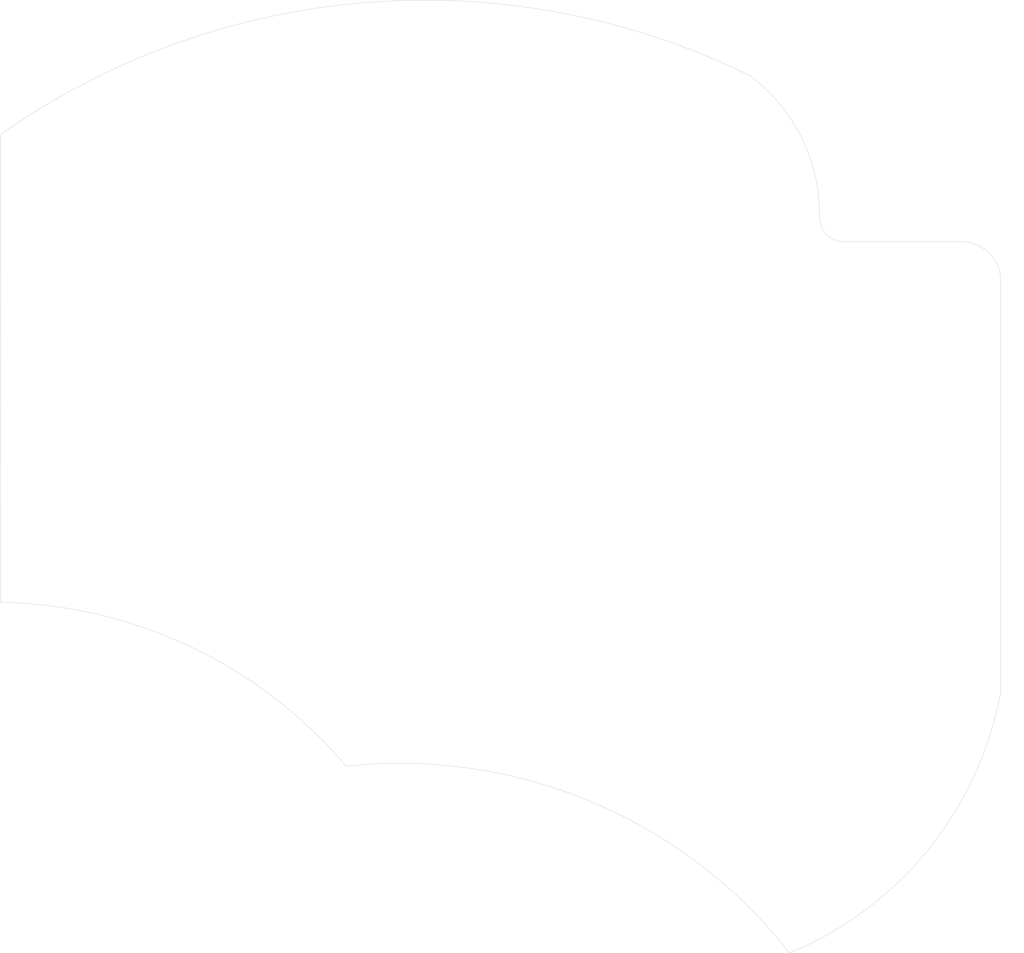
<source format=kicad_pcb>
(kicad_pcb (version 20171130) (host pcbnew 5.1.8)

  (general
    (thickness 1.6)
    (drawings 11)
    (tracks 0)
    (zones 0)
    (modules 4)
    (nets 1)
  )

  (page A4)
  (layers
    (0 F.Cu signal)
    (31 B.Cu signal)
    (32 B.Adhes user)
    (33 F.Adhes user)
    (34 B.Paste user)
    (35 F.Paste user)
    (36 B.SilkS user)
    (37 F.SilkS user)
    (38 B.Mask user)
    (39 F.Mask user)
    (40 Dwgs.User user)
    (41 Cmts.User user)
    (42 Eco1.User user)
    (43 Eco2.User user)
    (44 Edge.Cuts user)
    (45 Margin user)
    (46 B.CrtYd user)
    (47 F.CrtYd user)
    (48 B.Fab user)
    (49 F.Fab user)
  )

  (setup
    (last_trace_width 0.25)
    (trace_clearance 0.2)
    (zone_clearance 0.508)
    (zone_45_only no)
    (trace_min 0.2)
    (via_size 0.8)
    (via_drill 0.4)
    (via_min_size 0.4)
    (via_min_drill 0.3)
    (uvia_size 0.3)
    (uvia_drill 0.1)
    (uvias_allowed no)
    (uvia_min_size 0.2)
    (uvia_min_drill 0.1)
    (edge_width 0.05)
    (segment_width 0.2)
    (pcb_text_width 0.3)
    (pcb_text_size 1.5 1.5)
    (mod_edge_width 0.12)
    (mod_text_size 1 1)
    (mod_text_width 0.15)
    (pad_size 4 4)
    (pad_drill 4)
    (pad_to_mask_clearance 0)
    (aux_axis_origin 0 0)
    (visible_elements FFFFFF7F)
    (pcbplotparams
      (layerselection 0x010f0_ffffffff)
      (usegerberextensions false)
      (usegerberattributes false)
      (usegerberadvancedattributes true)
      (creategerberjobfile true)
      (excludeedgelayer true)
      (linewidth 0.100000)
      (plotframeref false)
      (viasonmask false)
      (mode 1)
      (useauxorigin false)
      (hpglpennumber 1)
      (hpglpenspeed 20)
      (hpglpendiameter 15.000000)
      (psnegative false)
      (psa4output false)
      (plotreference true)
      (plotvalue true)
      (plotinvisibletext false)
      (padsonsilk false)
      (subtractmaskfromsilk false)
      (outputformat 1)
      (mirror false)
      (drillshape 0)
      (scaleselection 1)
      (outputdirectory "../production_files/gerbers_bottom/"))
  )

  (net 0 "")

  (net_class Default "This is the default net class."
    (clearance 0.2)
    (trace_width 0.25)
    (via_dia 0.8)
    (via_drill 0.4)
    (uvia_dia 0.3)
    (uvia_drill 0.1)
  )

  (net_class Power ""
    (clearance 0.2)
    (trace_width 0.381)
    (via_dia 0.8)
    (via_drill 0.4)
    (uvia_dia 0.3)
    (uvia_drill 0.1)
  )

  (net_class TRRSData ""
    (clearance 0.2)
    (trace_width 0.381)
    (via_dia 0.8)
    (via_drill 0.4)
    (uvia_dia 0.3)
    (uvia_drill 0.1)
  )

  (module MountingHole:MountingHole_2.2mm_M2_ISO14580 (layer F.Cu) (tedit 56D1B4CB) (tstamp 5FBCA389)
    (at 194.46875 141.2875)
    (descr "Mounting Hole 2.2mm, no annular, M2, ISO14580")
    (tags "mounting hole 2.2mm no annular m2 iso14580")
    (attr virtual)
    (fp_text reference " " (at 0 -2.75) (layer F.SilkS)
      (effects (font (size 1 1) (thickness 0.15)))
    )
    (fp_text value MountingHole_2.2mm_M2_ISO14580 (at 0 2.75) (layer F.Fab)
      (effects (font (size 1 1) (thickness 0.15)))
    )
    (fp_text user %R (at 0.3 0) (layer F.Fab)
      (effects (font (size 1 1) (thickness 0.15)))
    )
    (fp_circle (center 0 0) (end 1.9 0) (layer Cmts.User) (width 0.15))
    (fp_circle (center 0 0) (end 2.15 0) (layer F.CrtYd) (width 0.05))
    (pad 1 np_thru_hole circle (at 0 0) (size 2.2 2.2) (drill 2.2) (layers *.Cu *.Mask))
  )

  (module MountingHole:MountingHole_2.2mm_M2_ISO14580 (layer F.Cu) (tedit 56D1B4CB) (tstamp 5FBCA36C)
    (at 120.75 126.75)
    (descr "Mounting Hole 2.2mm, no annular, M2, ISO14580")
    (tags "mounting hole 2.2mm no annular m2 iso14580")
    (attr virtual)
    (fp_text reference " " (at 0 -2.75) (layer F.SilkS)
      (effects (font (size 1 1) (thickness 0.15)))
    )
    (fp_text value MountingHole_2.2mm_M2_ISO14580 (at 0 2.75) (layer F.Fab)
      (effects (font (size 1 1) (thickness 0.15)))
    )
    (fp_text user %R (at 0.3 0) (layer F.Fab)
      (effects (font (size 1 1) (thickness 0.15)))
    )
    (fp_circle (center 0 0) (end 1.9 0) (layer Cmts.User) (width 0.15))
    (fp_circle (center 0 0) (end 2.15 0) (layer F.CrtYd) (width 0.05))
    (pad 1 np_thru_hole circle (at 0 0) (size 2.2 2.2) (drill 2.2) (layers *.Cu *.Mask))
  )

  (module MountingHole:MountingHole_2.2mm_M2_ISO14580 (layer F.Cu) (tedit 56D1B4CB) (tstamp 5FBCA34F)
    (at 135 68.25)
    (descr "Mounting Hole 2.2mm, no annular, M2, ISO14580")
    (tags "mounting hole 2.2mm no annular m2 iso14580")
    (attr virtual)
    (fp_text reference " " (at 0 -2.75) (layer F.SilkS)
      (effects (font (size 1 1) (thickness 0.15)))
    )
    (fp_text value MountingHole_2.2mm_M2_ISO14580 (at 0 2.75) (layer F.Fab)
      (effects (font (size 1 1) (thickness 0.15)))
    )
    (fp_text user %R (at 0.3 0) (layer F.Fab)
      (effects (font (size 1 1) (thickness 0.15)))
    )
    (fp_circle (center 0 0) (end 1.9 0) (layer Cmts.User) (width 0.15))
    (fp_circle (center 0 0) (end 2.15 0) (layer F.CrtYd) (width 0.05))
    (pad 1 np_thru_hole circle (at 0 0) (size 2.2 2.2) (drill 2.2) (layers *.Cu *.Mask))
  )

  (module MountingHole:MountingHole_2.2mm_M2_ISO14580 (layer F.Cu) (tedit 56D1B4CB) (tstamp 5FBCA332)
    (at 96.75 85.75)
    (descr "Mounting Hole 2.2mm, no annular, M2, ISO14580")
    (tags "mounting hole 2.2mm no annular m2 iso14580")
    (attr virtual)
    (fp_text reference " " (at 0 -2.75) (layer F.SilkS)
      (effects (font (size 1 1) (thickness 0.15)))
    )
    (fp_text value MountingHole_2.2mm_M2_ISO14580 (at 0 2.75) (layer F.Fab)
      (effects (font (size 1 1) (thickness 0.15)))
    )
    (fp_text user %R (at 0.3 0) (layer F.Fab)
      (effects (font (size 1 1) (thickness 0.15)))
    )
    (fp_circle (center 0 0) (end 1.9 0) (layer Cmts.User) (width 0.15))
    (fp_circle (center 0 0) (end 2.15 0) (layer F.CrtYd) (width 0.05))
    (pad 1 np_thru_hole circle (at 0 0) (size 2.2 2.2) (drill 2.2) (layers *.Cu *.Mask))
  )

  (gr_arc (start 200 77.75) (end 205 77.75) (angle -90) (layer Edge.Cuts) (width 0.05))
  (gr_line (start 181.949314 69.605711) (end 182 69.75) (layer Edge.Cuts) (width 0.05) (tstamp 5FB41F40))
  (gr_arc (start 185 69.75) (end 182 69.75) (angle -90) (layer Edge.Cuts) (width 0.05))
  (gr_arc (start 76.786648 177.505299) (end 121.749255 139.493235) (angle -48.80720594) (layer Edge.Cuts) (width 0.05))
  (gr_arc (start 128.62912 201.939184) (end 178.128606 163.252882) (angle -58.27770953) (layer Edge.Cuts) (width 0.05))
  (gr_arc (start 161.082879 121.994641) (end 178.128606 163.252882) (angle -57.22152675) (layer Edge.Cuts) (width 0.05))
  (gr_line (start 205 77.75) (end 205 130) (layer Edge.Cuts) (width 0.05))
  (gr_line (start 185 72.75) (end 200 72.75) (layer Edge.Cuts) (width 0.05))
  (gr_arc (start 159.974067 69.267811) (end 181.949314 69.605711) (angle -54.41170618) (layer Edge.Cuts) (width 0.05))
  (gr_line (start 77.749541 59.145712) (end 77.794796 118.63649) (layer Edge.Cuts) (width 0.05))
  (gr_arc (start 131.7625 135.73125) (end 173.037499 51.593751) (angle -61.32490779) (layer Edge.Cuts) (width 0.05))

)

</source>
